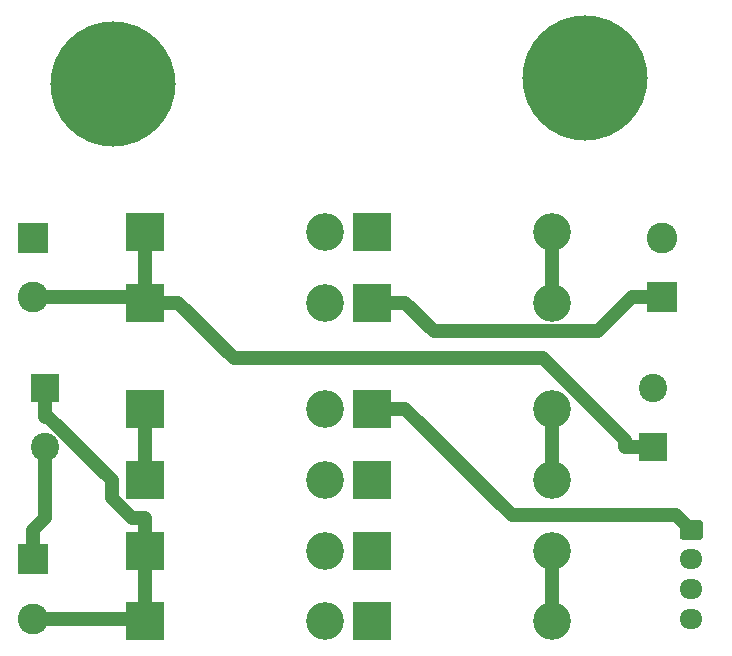
<source format=gbl>
G04 #@! TF.GenerationSoftware,KiCad,Pcbnew,5.1.10*
G04 #@! TF.CreationDate,2021-05-19T15:46:58-05:00*
G04 #@! TF.ProjectId,Rectifier,52656374-6966-4696-9572-2e6b69636164,rev?*
G04 #@! TF.SameCoordinates,Original*
G04 #@! TF.FileFunction,Copper,L2,Bot*
G04 #@! TF.FilePolarity,Positive*
%FSLAX46Y46*%
G04 Gerber Fmt 4.6, Leading zero omitted, Abs format (unit mm)*
G04 Created by KiCad (PCBNEW 5.1.10) date 2021-05-19 15:46:58*
%MOMM*%
%LPD*%
G01*
G04 APERTURE LIST*
G04 #@! TA.AperFunction,ComponentPad*
%ADD10C,2.400000*%
G04 #@! TD*
G04 #@! TA.AperFunction,ComponentPad*
%ADD11R,2.400000X2.400000*%
G04 #@! TD*
G04 #@! TA.AperFunction,ComponentPad*
%ADD12C,0.900000*%
G04 #@! TD*
G04 #@! TA.AperFunction,ComponentPad*
%ADD13C,10.600000*%
G04 #@! TD*
G04 #@! TA.AperFunction,ComponentPad*
%ADD14C,2.600000*%
G04 #@! TD*
G04 #@! TA.AperFunction,ComponentPad*
%ADD15R,2.600000X2.600000*%
G04 #@! TD*
G04 #@! TA.AperFunction,ComponentPad*
%ADD16O,1.950000X1.700000*%
G04 #@! TD*
G04 #@! TA.AperFunction,ComponentPad*
%ADD17O,3.200000X3.200000*%
G04 #@! TD*
G04 #@! TA.AperFunction,ComponentPad*
%ADD18R,3.200000X3.200000*%
G04 #@! TD*
G04 #@! TA.AperFunction,Conductor*
%ADD19C,1.200000*%
G04 #@! TD*
G04 APERTURE END LIST*
D10*
X178750000Y-64750000D03*
D11*
X178750000Y-69750000D03*
D10*
X127250000Y-69750000D03*
D11*
X127250000Y-64750000D03*
D12*
X175810749Y-35689251D03*
X173000000Y-34525000D03*
X170189251Y-35689251D03*
X169025000Y-38500000D03*
X170189251Y-41310749D03*
X173000000Y-42475000D03*
X175810749Y-41310749D03*
X176975000Y-38500000D03*
D13*
X173000000Y-38500000D03*
D12*
X135810749Y-36189251D03*
X133000000Y-35025000D03*
X130189251Y-36189251D03*
X129025000Y-39000000D03*
X130189251Y-41810749D03*
X133000000Y-42975000D03*
X135810749Y-41810749D03*
X136975000Y-39000000D03*
D13*
X133000000Y-39000000D03*
D14*
X126250000Y-57000000D03*
D15*
X126250000Y-52000000D03*
D14*
X126250000Y-84250000D03*
D15*
X126250000Y-79250000D03*
D14*
X179500000Y-52000000D03*
D15*
X179500000Y-57000000D03*
D16*
X182000000Y-84250000D03*
X182000000Y-81750000D03*
X182000000Y-79250000D03*
G04 #@! TA.AperFunction,ComponentPad*
G36*
G01*
X181275000Y-75900000D02*
X182725000Y-75900000D01*
G75*
G02*
X182975000Y-76150000I0J-250000D01*
G01*
X182975000Y-77350000D01*
G75*
G02*
X182725000Y-77600000I-250000J0D01*
G01*
X181275000Y-77600000D01*
G75*
G02*
X181025000Y-77350000I0J250000D01*
G01*
X181025000Y-76150000D01*
G75*
G02*
X181275000Y-75900000I250000J0D01*
G01*
G37*
G04 #@! TD.AperFunction*
D17*
X150990000Y-57500000D03*
D18*
X135750000Y-57500000D03*
D17*
X150990000Y-78500000D03*
D18*
X135750000Y-78500000D03*
D17*
X150990000Y-66500000D03*
D18*
X135750000Y-66500000D03*
D17*
X150990000Y-51500000D03*
D18*
X135750000Y-51500000D03*
D17*
X170240000Y-57500000D03*
D18*
X155000000Y-57500000D03*
D17*
X150990000Y-84500000D03*
D18*
X135750000Y-84500000D03*
D17*
X170240000Y-78500000D03*
D18*
X155000000Y-78500000D03*
D17*
X150990000Y-72500000D03*
D18*
X135750000Y-72500000D03*
D17*
X170240000Y-66500000D03*
D18*
X155000000Y-66500000D03*
D17*
X170240000Y-51500000D03*
D18*
X155000000Y-51500000D03*
D17*
X170240000Y-84500000D03*
D18*
X155000000Y-84500000D03*
D17*
X170240000Y-72500000D03*
D18*
X155000000Y-72500000D03*
D19*
X135750000Y-72500000D02*
X135750000Y-66500000D01*
X170240000Y-84500000D02*
X170240000Y-78500000D01*
X155000000Y-66500000D02*
X157800000Y-66500000D01*
X157800000Y-66500000D02*
X166800000Y-75500000D01*
X166800000Y-75500000D02*
X180750000Y-75500000D01*
X180750000Y-75500000D02*
X182000000Y-76750000D01*
X179500000Y-57000000D02*
X177000000Y-57000000D01*
X155000000Y-57500000D02*
X157800000Y-57500000D01*
X157800000Y-57500000D02*
X160203100Y-59903100D01*
X160203100Y-59903100D02*
X174096900Y-59903100D01*
X174096900Y-59903100D02*
X177000000Y-57000000D01*
X126250000Y-79250000D02*
X126250000Y-76750000D01*
X126250000Y-76750000D02*
X127250000Y-75750000D01*
X127250000Y-75750000D02*
X127250000Y-69750000D01*
X170240000Y-72500000D02*
X170240000Y-66500000D01*
X135750000Y-84250000D02*
X135750000Y-78500000D01*
X135750000Y-84500000D02*
X135750000Y-84250000D01*
X135750000Y-84250000D02*
X126250000Y-84250000D01*
X135750000Y-78500000D02*
X135750000Y-75700000D01*
X135750000Y-75700000D02*
X134612400Y-75700000D01*
X134612400Y-75700000D02*
X132950000Y-74037600D01*
X132950000Y-74037600D02*
X132950000Y-72549900D01*
X132950000Y-72549900D02*
X127550100Y-67150000D01*
X127550100Y-67150000D02*
X127250000Y-67150000D01*
X127250000Y-64750000D02*
X127250000Y-67150000D01*
X170240000Y-51500000D02*
X170240000Y-57500000D01*
X135750000Y-57500000D02*
X138550000Y-57500000D01*
X138550000Y-57500000D02*
X143256300Y-62206300D01*
X143256300Y-62206300D02*
X169406300Y-62206300D01*
X169406300Y-62206300D02*
X176350000Y-69150000D01*
X176350000Y-69150000D02*
X176350000Y-69750000D01*
X135750000Y-57000000D02*
X135750000Y-57500000D01*
X178750000Y-69750000D02*
X176350000Y-69750000D01*
X135750000Y-51500000D02*
X135750000Y-57000000D01*
X135750000Y-57000000D02*
X126250000Y-57000000D01*
M02*

</source>
